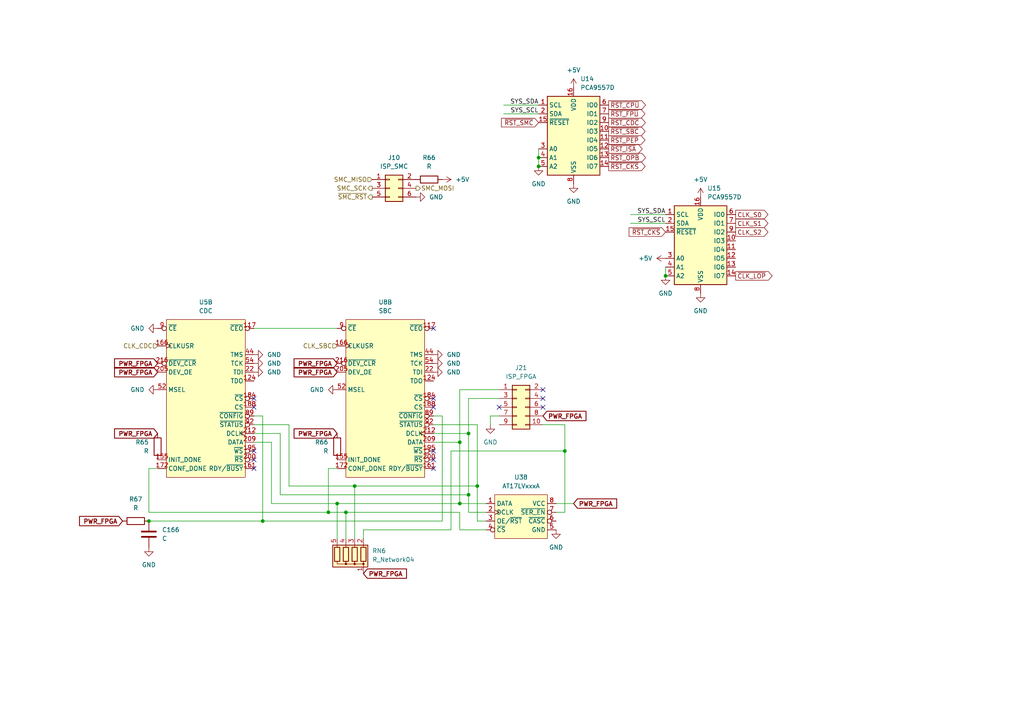
<source format=kicad_sch>
(kicad_sch (version 20230121) (generator eeschema)
  (paper "A4")
  (lib_symbols
    (symbol "Connector_Generic:Conn_02x03_Odd_Even" (pin_names (offset 1.016) hide)
      (property "Reference" "J" (at 1.27 5.08 0))
      (property "Value" "Conn_02x03_Odd_Even" (at 1.27 -5.08 0))
      (symbol "Conn_02x03_Odd_Even_1_1"
        (rectangle (start -1.27 -2.413) (end 0 -2.667) (stroke (width 0.1524)))
        (rectangle (start -1.27 0.127) (end 0 -0.127) (stroke (width 0.1524)))
        (rectangle (start -1.27 2.667) (end 0 2.413) (stroke (width 0.1524)))
        (rectangle (start -1.27 3.81) (end 3.81 -3.81) (stroke (width 0.254)) (fill (type background)))
        (rectangle (start 3.81 -2.413) (end 2.54 -2.667) (stroke (width 0.1524)))
        (rectangle (start 3.81 0.127) (end 2.54 -0.127) (stroke (width 0.1524)))
        (rectangle (start 3.81 2.667) (end 2.54 2.413) (stroke (width 0.1524)))
        (pin passive line (at -5.08 2.54 0) (length 3.81) (name "Pin_1") (number "1"))
        (pin passive line (at 7.62 2.54 180) (length 3.81) (name "Pin_2") (number "2"))
        (pin passive line (at -5.08 0 0) (length 3.81) (name "Pin_3") (number "3"))
        (pin passive line (at 7.62 0 180) (length 3.81) (name "Pin_4") (number "4"))
        (pin passive line (at -5.08 -2.54 0) (length 3.81) (name "Pin_5") (number "5"))
        (pin passive line (at 7.62 -2.54 180) (length 3.81) (name "Pin_6") (number "6"))
      )
    )
    (symbol "Connector_Generic:Conn_02x05_Odd_Even" (pin_names (offset 1.016) hide)
      (property "Reference" "J" (at 1.27 7.62 0))
      (property "Value" "Conn_02x05_Odd_Even" (at 1.27 -7.62 0))
      (symbol "Conn_02x05_Odd_Even_1_1"
        (rectangle (start -1.27 -4.953) (end 0 -5.207) (stroke (width 0.1524)))
        (rectangle (start -1.27 -2.413) (end 0 -2.667) (stroke (width 0.1524)))
        (rectangle (start -1.27 0.127) (end 0 -0.127) (stroke (width 0.1524)))
        (rectangle (start -1.27 2.667) (end 0 2.413) (stroke (width 0.1524)))
        (rectangle (start -1.27 5.207) (end 0 4.953) (stroke (width 0.1524)))
        (rectangle (start -1.27 6.35) (end 3.81 -6.35) (stroke (width 0.254)) (fill (type background)))
        (rectangle (start 3.81 -4.953) (end 2.54 -5.207) (stroke (width 0.1524)))
        (rectangle (start 3.81 -2.413) (end 2.54 -2.667) (stroke (width 0.1524)))
        (rectangle (start 3.81 0.127) (end 2.54 -0.127) (stroke (width 0.1524)))
        (rectangle (start 3.81 2.667) (end 2.54 2.413) (stroke (width 0.1524)))
        (rectangle (start 3.81 5.207) (end 2.54 4.953) (stroke (width 0.1524)))
        (pin passive line (at -5.08 5.08 0) (length 3.81) (name "Pin_1") (number "1"))
        (pin passive line (at 7.62 -5.08 180) (length 3.81) (name "Pin_10") (number "10"))
        (pin passive line (at 7.62 5.08 180) (length 3.81) (name "Pin_2") (number "2"))
        (pin passive line (at -5.08 2.54 0) (length 3.81) (name "Pin_3") (number "3"))
        (pin passive line (at 7.62 2.54 180) (length 3.81) (name "Pin_4") (number "4"))
        (pin passive line (at -5.08 0 0) (length 3.81) (name "Pin_5") (number "5"))
        (pin passive line (at 7.62 0 180) (length 3.81) (name "Pin_6") (number "6"))
        (pin passive line (at -5.08 -2.54 0) (length 3.81) (name "Pin_7") (number "7"))
        (pin passive line (at 7.62 -2.54 180) (length 3.81) (name "Pin_8") (number "8"))
        (pin passive line (at -5.08 -5.08 0) (length 3.81) (name "Pin_9") (number "9"))
      )
    )
    (symbol "Device:C" (pin_numbers hide) (pin_names (offset 0.254))
      (property "Reference" "C" (at 0.635 2.54 0))
      (property "Value" "C" (at 0.635 -2.54 0))
      (symbol "C_0_1"
        (polyline (pts (xy -2.032 -0.762) (xy 2.032 -0.762)) (stroke (width 0.508)))
        (polyline (pts (xy -2.032 0.762) (xy 2.032 0.762)) (stroke (width 0.508)))
      )
      (symbol "C_1_1"
        (pin passive line (at 0 3.81 270) (length 2.794) (name "~") (number "1"))
        (pin passive line (at 0 -3.81 90) (length 2.794) (name "~") (number "2"))
      )
    )
    (symbol "Device:R" (pin_numbers hide) (pin_names (offset 0))
      (property "Reference" "R" (at 2.032 0 90))
      (property "Value" "R" (at 0 0 90))
      (symbol "R_0_1"
        (rectangle (start -1.016 -2.54) (end 1.016 2.54) (stroke (width 0.254)))
      )
      (symbol "R_1_1"
        (pin passive line (at 0 3.81 270) (length 1.27) (name "~") (number "1"))
        (pin passive line (at 0 -3.81 90) (length 1.27) (name "~") (number "2"))
      )
    )
    (symbol "Device:R_Network04" (pin_names (offset 0) hide)
      (property "Reference" "RN" (at -7.62 0 90))
      (property "Value" "R_Network04" (at 5.08 0 90))
      (symbol "R_Network04_0_1"
        (rectangle (start -6.35 -3.175) (end 3.81 3.175) (stroke (width 0.254)) (fill (type background)))
        (rectangle (start -5.842 1.524) (end -4.318 -2.54) (stroke (width 0.254)))
        (circle (center -5.08 2.286) (radius 0.254) (fill (type outline)))
        (rectangle (start -3.302 1.524) (end -1.778 -2.54) (stroke (width 0.254)))
        (circle (center -2.54 2.286) (radius 0.254) (fill (type outline)))
        (rectangle (start -0.762 1.524) (end 0.762 -2.54) (stroke (width 0.254)))
        (polyline (pts (xy -5.08 -2.54) (xy -5.08 -3.81)))
        (polyline (pts (xy -2.54 -2.54) (xy -2.54 -3.81)))
        (polyline (pts (xy 0 -2.54) (xy 0 -3.81)))
        (polyline (pts (xy 2.54 -2.54) (xy 2.54 -3.81)))
        (polyline (pts (xy -5.08 1.524) (xy -5.08 2.286) (xy -2.54 2.286) (xy -2.54 1.524)))
        (polyline (pts (xy -2.54 1.524) (xy -2.54 2.286) (xy 0 2.286) (xy 0 1.524)))
        (polyline (pts (xy 0 1.524) (xy 0 2.286) (xy 2.54 2.286) (xy 2.54 1.524)))
        (circle (center 0 2.286) (radius 0.254) (fill (type outline)))
        (rectangle (start 1.778 1.524) (end 3.302 -2.54) (stroke (width 0.254)))
      )
      (symbol "R_Network04_1_1"
        (pin passive line (at -5.08 5.08 270) (length 2.54) (name "common") (number "1"))
        (pin passive line (at -5.08 -5.08 90) (length 1.27) (name "R1") (number "2"))
        (pin passive line (at -2.54 -5.08 90) (length 1.27) (name "R2") (number "3"))
        (pin passive line (at 0 -5.08 90) (length 1.27) (name "R3") (number "4"))
        (pin passive line (at 2.54 -5.08 90) (length 1.27) (name "R4") (number "5"))
      )
    )
    (symbol "Interface_Expansion:PCA9557D"
      (property "Reference" "U" (at -7.62 11.43 0))
      (property "Value" "PCA9557D" (at 2.54 11.43 0))
      (symbol "PCA9557D_0_1"
        (rectangle (start -7.62 -12.7) (end 7.62 10.16) (stroke (width 0.254)) (fill (type background)))
      )
      (symbol "PCA9557D_1_1"
        (pin input line (at -10.16 7.62 0) (length 2.54) (name "SCL") (number "1"))
        (pin bidirectional line (at 10.16 0 180) (length 2.54) (name "IO3") (number "10"))
        (pin bidirectional line (at 10.16 -2.54 180) (length 2.54) (name "IO4") (number "11"))
        (pin bidirectional line (at 10.16 -5.08 180) (length 2.54) (name "IO5") (number "12"))
        (pin bidirectional line (at 10.16 -7.62 180) (length 2.54) (name "IO6") (number "13"))
        (pin bidirectional line (at 10.16 -10.16 180) (length 2.54) (name "IO7") (number "14"))
        (pin input line (at -10.16 2.54 0) (length 2.54) (name "~{RESET}") (number "15"))
        (pin power_in line (at 0 12.7 270) (length 2.54) (name "VDD") (number "16"))
        (pin bidirectional line (at -10.16 5.08 0) (length 2.54) (name "SDA") (number "2"))
        (pin input line (at -10.16 -5.08 0) (length 2.54) (name "A0") (number "3"))
        (pin input line (at -10.16 -7.62 0) (length 2.54) (name "A1") (number "4"))
        (pin input line (at -10.16 -10.16 0) (length 2.54) (name "A2") (number "5"))
        (pin bidirectional line (at 10.16 7.62 180) (length 2.54) (name "IO0") (number "6"))
        (pin bidirectional line (at 10.16 5.08 180) (length 2.54) (name "IO1") (number "7"))
        (pin power_in line (at 0 -15.24 90) (length 2.54) (name "VSS") (number "8"))
        (pin bidirectional line (at 10.16 2.54 180) (length 2.54) (name "IO2") (number "9"))
      )
    )
    (symbol "m68k-hbc-ic:AT17LVxxxA"
      (property "Reference" "U" (at 0 10.16 0))
      (property "Value" "AT17LVxxxA" (at 0 7.62 0))
      (symbol "AT17LVxxxA_1_1"
        (rectangle (start -7.62 6.35) (end 7.62 -6.35) (fill (type background)))
        (pin bidirectional line (at -10.16 3.81 0) (length 2.54) (name "DATA") (number "1"))
        (pin bidirectional clock (at -10.16 1.27 0) (length 2.54) (name "DCLK") (number "2"))
        (pin bidirectional line (at -10.16 -1.27 0) (length 2.54) (name "OE/~{RST}") (number "3"))
        (pin input inverted (at -10.16 -3.81 0) (length 2.54) (name "~{CS}") (number "4"))
        (pin power_in line (at 10.16 -3.81 180) (length 2.54) (name "GND") (number "5"))
        (pin output inverted (at 10.16 -1.27 180) (length 2.54) (name "~{CASC}") (number "6"))
        (pin input inverted (at 10.16 1.27 180) (length 2.54) (name "~{SER_EN}") (number "7"))
        (pin power_in line (at 10.16 3.81 180) (length 2.54) (name "VCC") (number "8"))
      )
    )
    (symbol "m68k-hbc-ic:EPF6016QC240"
      (property "Reference" "U" (at 0 45.72 0))
      (property "Value" "EPF6016QC240" (at 0 43.18 0))
      (symbol "EPF6016QC240_1_0"
        (pin power_in line (at 13.97 5.08 180) (length 2.54) (name "GND") (number "109"))
        (pin power_in line (at -13.97 -6.35 0) (length 2.54) (name "VCCIO") (number "110"))
        (pin power_in line (at -13.97 6.35 0) (length 2.54) (name "VCCIO") (number "12"))
        (pin power_in line (at 13.97 2.54 180) (length 2.54) (name "GND") (number "120"))
        (pin power_in line (at 13.97 0 180) (length 2.54) (name "GND") (number "129"))
        (pin power_in line (at -13.97 -8.89 0) (length 2.54) (name "VCCIO") (number "131"))
        (pin power_in line (at 13.97 -2.54 180) (length 2.54) (name "GND") (number "149"))
        (pin power_in line (at -13.97 -11.43 0) (length 2.54) (name "VCCIO") (number "151"))
        (pin power_in line (at 13.97 -5.08 180) (length 2.54) (name "GND") (number "169"))
        (pin power_in line (at -13.97 -13.97 0) (length 2.54) (name "VCCIO") (number "171"))
        (pin power_in line (at 13.97 -10.16 180) (length 2.54) (name "GND") (number "191"))
        (pin power_in line (at -13.97 -16.51 0) (length 2.54) (name "VCCIO") (number "192"))
        (pin power_in line (at 13.97 -15.24 180) (length 2.54) (name "GND") (number "229"))
        (pin power_in line (at -13.97 -21.59 0) (length 2.54) (name "VCCIO") (number "230"))
        (pin power_in line (at 13.97 17.78 180) (length 2.54) (name "GND") (number "29"))
        (pin power_in line (at -13.97 21.59 0) (length 2.54) (name "VCCINT") (number "30"))
        (pin power_in line (at -13.97 3.81 0) (length 2.54) (name "VCCIO") (number "31"))
        (pin power_in line (at 13.97 15.24 180) (length 2.54) (name "GND") (number "49"))
        (pin power_in line (at -13.97 19.05 0) (length 2.54) (name "VCCINT") (number "50"))
        (pin power_in line (at -13.97 1.27 0) (length 2.54) (name "VCCIO") (number "51"))
        (pin power_in line (at 13.97 12.7 180) (length 2.54) (name "GND") (number "61"))
        (pin power_in line (at 13.97 10.16 180) (length 2.54) (name "GND") (number "71"))
        (pin power_in line (at -13.97 -1.27 0) (length 2.54) (name "VCCIO") (number "72"))
      )
      (symbol "EPF6016QC240_1_1"
        (rectangle (start -11.43 26.67) (end 11.43 -24.13) (fill (type background)))
        (pin power_in line (at 13.97 20.32 180) (length 2.54) (name "GND") (number "10"))
        (pin power_in line (at -13.97 24.13 0) (length 2.54) (name "VCCINT") (number "11"))
        (pin power_in line (at -13.97 16.51 0) (length 2.54) (name "VCCINT") (number "130"))
        (pin power_in line (at -13.97 13.97 0) (length 2.54) (name "VCCINT") (number "150"))
        (pin power_in line (at -13.97 11.43 0) (length 2.54) (name "VCCINT") (number "170"))
        (pin power_in line (at 13.97 -7.62 180) (length 2.54) (name "GND") (number "181"))
        (pin power_in line (at 13.97 -12.7 180) (length 2.54) (name "GND") (number "210"))
        (pin power_in line (at -13.97 -19.05 0) (length 2.54) (name "VCCIO") (number "211"))
        (pin power_in line (at 13.97 -17.78 180) (length 2.54) (name "GND") (number "240"))
        (pin power_in line (at 13.97 7.62 180) (length 2.54) (name "GND") (number "90"))
        (pin power_in line (at -13.97 -3.81 0) (length 2.54) (name "VCCIO") (number "91"))
      )
      (symbol "EPF6016QC240_2_0"
        (pin output inverted (at 13.97 20.32 180) (length 2.54) (name "~{CEO}") (number "117"))
        (pin bidirectional line (at 13.97 -20.32 180) (length 2.54) (name "RDY/~{BUSY}") (number "161"))
        (pin input clock (at -13.97 15.24 0) (length 2.54) (name "CLKUSR") (number "166"))
        (pin bidirectional line (at -13.97 -20.32 0) (length 2.54) (name "CONF_DONE") (number "172"))
        (pin bidirectional inverted (at 13.97 0 180) (length 2.54) (name "~{CS}") (number "184"))
        (pin bidirectional inverted (at 13.97 -15.24 180) (length 2.54) (name "~{WS}") (number "195"))
        (pin bidirectional inverted (at 13.97 -17.78 180) (length 2.54) (name "~{RS}") (number "200"))
        (pin input line (at 13.97 12.7 180) (length 2.54) (name "TMS") (number "44"))
        (pin input line (at 13.97 10.16 180) (length 2.54) (name "TCK") (number "54"))
        (pin input inverted (at -13.97 20.32 0) (length 2.54) (name "~{CE}") (number "9"))
      )
      (symbol "EPF6016QC240_2_1"
        (rectangle (start -11.43 22.86) (end 11.43 -22.86) (fill (type background)))
        (pin output line (at 13.97 5.08 180) (length 2.54) (name "TDO") (number "124"))
        (pin bidirectional line (at -13.97 -17.78 0) (length 2.54) (name "INIT_DONE") (number "155"))
        (pin bidirectional line (at 13.97 -2.54 180) (length 2.54) (name "CS") (number "188"))
        (pin bidirectional line (at -13.97 7.62 0) (length 2.54) (name "DEV_OE") (number "205"))
        (pin input line (at 13.97 -12.7 180) (length 2.54) (name "DATA") (number "209"))
        (pin bidirectional clock (at 13.97 -10.16 180) (length 2.54) (name "DCLK") (number "212"))
        (pin bidirectional inverted (at -13.97 10.16 0) (length 2.54) (name "~{DEV_CLR}") (number "216"))
        (pin input line (at 13.97 7.62 180) (length 2.54) (name "TDI") (number "22"))
        (pin input line (at -13.97 2.54 0) (length 2.54) (name "MSEL") (number "52"))
        (pin bidirectional inverted (at 13.97 -5.08 180) (length 2.54) (name "~{CONFIG}") (number "89"))
        (pin bidirectional inverted (at 13.97 -7.62 180) (length 2.54) (name "~{STATUS}") (number "92"))
      )
      (symbol "EPF6016QC240_3_0"
        (pin bidirectional line (at -13.97 39.37 0) (length 2.54) (name "IO") (number "1"))
        (pin bidirectional line (at -13.97 19.05 0) (length 2.54) (name "IO") (number "13"))
        (pin bidirectional line (at -13.97 16.51 0) (length 2.54) (name "IO") (number "14"))
        (pin bidirectional line (at -13.97 13.97 0) (length 2.54) (name "IO") (number "15"))
        (pin bidirectional line (at -13.97 8.89 0) (length 2.54) (name "IO") (number "17"))
        (pin bidirectional line (at -13.97 6.35 0) (length 2.54) (name "IO") (number "18"))
        (pin bidirectional line (at -13.97 3.81 0) (length 2.54) (name "IO") (number "19"))
        (pin bidirectional line (at -13.97 -1.27 0) (length 2.54) (name "IO") (number "21"))
        (pin bidirectional line (at -13.97 -6.35 0) (length 2.54) (name "IO") (number "24"))
        (pin bidirectional line (at -13.97 -8.89 0) (length 2.54) (name "IO") (number "25"))
        (pin bidirectional line (at -13.97 -16.51 0) (length 2.54) (name "IO") (number "33"))
        (pin bidirectional line (at -13.97 -19.05 0) (length 2.54) (name "IO") (number "34"))
        (pin bidirectional line (at -13.97 -21.59 0) (length 2.54) (name "IO") (number "35"))
        (pin bidirectional line (at -13.97 -24.13 0) (length 2.54) (name "IO") (number "36"))
        (pin bidirectional line (at -13.97 -29.21 0) (length 2.54) (name "IO") (number "38"))
        (pin bidirectional line (at -13.97 -31.75 0) (length 2.54) (name "IO") (number "39"))
        (pin bidirectional line (at -13.97 -34.29 0) (length 2.54) (name "IO") (number "40"))
        (pin bidirectional line (at -13.97 -36.83 0) (length 2.54) (name "IO") (number "41"))
        (pin bidirectional line (at 13.97 39.37 180) (length 2.54) (name "IO") (number "43"))
        (pin bidirectional line (at 13.97 36.83 180) (length 2.54) (name "IO") (number "45"))
        (pin bidirectional line (at 13.97 34.29 180) (length 2.54) (name "IO") (number "46"))
        (pin bidirectional line (at 13.97 29.21 180) (length 2.54) (name "IO") (number "48"))
        (pin bidirectional line (at 13.97 26.67 180) (length 2.54) (name "IO") (number "53"))
        (pin bidirectional line (at 13.97 24.13 180) (length 2.54) (name "IO") (number "55"))
        (pin bidirectional line (at 13.97 21.59 180) (length 2.54) (name "IO") (number "56"))
        (pin bidirectional line (at -13.97 26.67 0) (length 2.54) (name "IO") (number "6"))
        (pin bidirectional line (at 13.97 8.89 180) (length 2.54) (name "IO") (number "62"))
        (pin bidirectional line (at 13.97 6.35 180) (length 2.54) (name "IO") (number "63"))
        (pin bidirectional line (at 13.97 3.81 180) (length 2.54) (name "IO") (number "64"))
        (pin bidirectional line (at 13.97 1.27 180) (length 2.54) (name "IO") (number "65"))
        (pin bidirectional line (at 13.97 -1.27 180) (length 2.54) (name "IO") (number "66"))
        (pin bidirectional line (at 13.97 -3.81 180) (length 2.54) (name "IO") (number "67"))
        (pin bidirectional line (at 13.97 -6.35 180) (length 2.54) (name "IO") (number "68"))
        (pin bidirectional line (at -13.97 24.13 0) (length 2.54) (name "IO") (number "7"))
        (pin bidirectional line (at 13.97 -11.43 180) (length 2.54) (name "IO") (number "70"))
        (pin bidirectional line (at 13.97 -16.51 180) (length 2.54) (name "IO") (number "74"))
        (pin bidirectional line (at 13.97 -19.05 180) (length 2.54) (name "IO") (number "75"))
        (pin bidirectional line (at 13.97 -26.67 180) (length 2.54) (name "IO") (number "78"))
        (pin bidirectional line (at 13.97 -29.21 180) (length 2.54) (name "IO") (number "79"))
        (pin bidirectional line (at -13.97 21.59 0) (length 2.54) (name "IO") (number "8"))
        (pin bidirectional line (at 13.97 -31.75 180) (length 2.54) (name "IO") (number "80"))
        (pin bidirectional line (at 13.97 -34.29 180) (length 2.54) (name "IO") (number "81"))
        (pin bidirectional line (at 13.97 -36.83 180) (length 2.54) (name "IO") (number "82"))
        (pin bidirectional line (at 13.97 -39.37 180) (length 2.54) (name "IO") (number "83"))
      )
      (symbol "EPF6016QC240_3_1"
        (rectangle (start -11.43 41.91) (end 11.43 -41.91) (fill (type background)))
        (pin bidirectional line (at -13.97 11.43 0) (length 2.54) (name "IO") (number "16"))
        (pin bidirectional line (at -13.97 36.83 0) (length 2.54) (name "IO") (number "2"))
        (pin bidirectional line (at -13.97 1.27 0) (length 2.54) (name "IO") (number "20"))
        (pin bidirectional line (at -13.97 -3.81 0) (length 2.54) (name "IO") (number "23"))
        (pin bidirectional line (at -13.97 -11.43 0) (length 2.54) (name "IO") (number "26"))
        (pin bidirectional line (at -13.97 -13.97 0) (length 2.54) (name "IO") (number "27"))
        (pin bidirectional line (at -13.97 34.29 0) (length 2.54) (name "IO") (number "3"))
        (pin bidirectional line (at -13.97 -26.67 0) (length 2.54) (name "IO") (number "37"))
        (pin bidirectional line (at -13.97 31.75 0) (length 2.54) (name "IO") (number "4"))
        (pin bidirectional line (at -13.97 -39.37 0) (length 2.54) (name "IO") (number "42"))
        (pin bidirectional line (at 13.97 31.75 180) (length 2.54) (name "IO") (number "47"))
        (pin bidirectional line (at -13.97 29.21 0) (length 2.54) (name "IO") (number "5"))
        (pin bidirectional line (at 13.97 19.05 180) (length 2.54) (name "IO") (number "57"))
        (pin bidirectional line (at 13.97 16.51 180) (length 2.54) (name "IO") (number "58"))
        (pin bidirectional line (at 13.97 13.97 180) (length 2.54) (name "IO") (number "59"))
        (pin bidirectional line (at 13.97 11.43 180) (length 2.54) (name "IO") (number "60"))
        (pin bidirectional line (at 13.97 -8.89 180) (length 2.54) (name "IO") (number "69"))
        (pin bidirectional line (at 13.97 -13.97 180) (length 2.54) (name "IO") (number "73"))
        (pin bidirectional line (at 13.97 -21.59 180) (length 2.54) (name "IO") (number "76"))
        (pin bidirectional line (at 13.97 -24.13 180) (length 2.54) (name "IO") (number "77"))
      )
      (symbol "EPF6016QC240_4_0"
        (pin bidirectional line (at -13.97 8.89 0) (length 2.54) (name "IO") (number "100"))
        (pin bidirectional line (at -13.97 6.35 0) (length 2.54) (name "IO") (number "101"))
        (pin bidirectional line (at -13.97 3.81 0) (length 2.54) (name "IO") (number "102"))
        (pin bidirectional line (at -13.97 1.27 0) (length 2.54) (name "IO") (number "103"))
        (pin bidirectional line (at -13.97 -3.81 0) (length 2.54) (name "IO") (number "105"))
        (pin bidirectional line (at -13.97 -6.35 0) (length 2.54) (name "IO") (number "106"))
        (pin bidirectional line (at -13.97 -8.89 0) (length 2.54) (name "IO") (number "107"))
        (pin bidirectional line (at -13.97 -11.43 0) (length 2.54) (name "IO") (number "108"))
        (pin bidirectional line (at -13.97 -13.97 0) (length 2.54) (name "IO") (number "111"))
        (pin bidirectional line (at -13.97 -19.05 0) (length 2.54) (name "IO") (number "113"))
        (pin bidirectional line (at -13.97 -21.59 0) (length 2.54) (name "IO") (number "114"))
        (pin bidirectional line (at -13.97 -24.13 0) (length 2.54) (name "IO") (number "115"))
        (pin bidirectional line (at -13.97 -26.67 0) (length 2.54) (name "IO") (number "116"))
        (pin bidirectional line (at -13.97 -29.21 0) (length 2.54) (name "IO") (number "118"))
        (pin bidirectional line (at -13.97 -31.75 0) (length 2.54) (name "IO") (number "119"))
        (pin bidirectional line (at 13.97 36.83 180) (length 2.54) (name "IO") (number "126"))
        (pin bidirectional line (at 13.97 34.29 180) (length 2.54) (name "IO") (number "127"))
        (pin bidirectional line (at 13.97 31.75 180) (length 2.54) (name "IO") (number "128"))
        (pin bidirectional line (at 13.97 29.21 180) (length 2.54) (name "IO") (number "132"))
        (pin bidirectional line (at 13.97 26.67 180) (length 2.54) (name "IO") (number "133"))
        (pin bidirectional line (at 13.97 24.13 180) (length 2.54) (name "IO") (number "134"))
        (pin bidirectional line (at 13.97 19.05 180) (length 2.54) (name "IO") (number "136"))
        (pin bidirectional line (at 13.97 16.51 180) (length 2.54) (name "IO") (number "137"))
        (pin bidirectional line (at 13.97 13.97 180) (length 2.54) (name "IO") (number "138"))
        (pin bidirectional line (at 13.97 11.43 180) (length 2.54) (name "IO") (number "139"))
        (pin bidirectional line (at 13.97 6.35 180) (length 2.54) (name "IO") (number "141"))
        (pin bidirectional line (at 13.97 3.81 180) (length 2.54) (name "IO") (number "142"))
        (pin bidirectional line (at 13.97 1.27 180) (length 2.54) (name "IO") (number "143"))
        (pin bidirectional line (at 13.97 -1.27 180) (length 2.54) (name "IO") (number "144"))
        (pin bidirectional line (at 13.97 -6.35 180) (length 2.54) (name "IO") (number "146"))
        (pin bidirectional line (at 13.97 -8.89 180) (length 2.54) (name "IO") (number "147"))
        (pin bidirectional line (at 13.97 -11.43 180) (length 2.54) (name "IO") (number "153"))
        (pin bidirectional line (at 13.97 -13.97 180) (length 2.54) (name "IO") (number "154"))
        (pin bidirectional line (at 13.97 -16.51 180) (length 2.54) (name "IO") (number "156"))
        (pin bidirectional line (at 13.97 -19.05 180) (length 2.54) (name "IO") (number "157"))
        (pin bidirectional line (at 13.97 -21.59 180) (length 2.54) (name "IO") (number "158"))
        (pin bidirectional line (at 13.97 -29.21 180) (length 2.54) (name "IO") (number "162"))
        (pin bidirectional line (at 13.97 -31.75 180) (length 2.54) (name "IO") (number "163"))
        (pin bidirectional line (at 13.97 -34.29 180) (length 2.54) (name "IO") (number "164"))
        (pin bidirectional line (at 13.97 -39.37 180) (length 2.54) (name "IO") (number "167"))
        (pin bidirectional line (at -13.97 39.37 0) (length 2.54) (name "IO") (number "84"))
        (pin bidirectional line (at -13.97 34.29 0) (length 2.54) (name "IO") (number "86"))
        (pin bidirectional line (at -13.97 31.75 0) (length 2.54) (name "IO") (number "87"))
        (pin bidirectional line (at -13.97 29.21 0) (length 2.54) (name "IO") (number "88"))
        (pin bidirectional line (at -13.97 24.13 0) (length 2.54) (name "IO") (number "94"))
        (pin bidirectional line (at -13.97 21.59 0) (length 2.54) (name "IO") (number "95"))
        (pin bidirectional line (at -13.97 16.51 0) (length 2.54) (name "IO") (number "97"))
        (pin bidirectional line (at -13.97 13.97 0) (length 2.54) (name "IO") (number "98"))
        (pin bidirectional line (at -13.97 11.43 0) (length 2.54) (name "IO") (number "99"))
      )
      (symbol "EPF6016QC240_4_1"
        (rectangle (start -11.43 41.91) (end 11.43 -41.91) (fill (type background)))
        (pin bidirectional line (at -13.97 -1.27 0) (length 2.54) (name "IO") (number "104"))
        (pin bidirectional line (at -13.97 -16.51 0) (length 2.54) (name "IO") (number "112"))
        (pin bidirectional line (at -13.97 -34.29 0) (length 2.54) (name "IO") (number "121"))
        (pin bidirectional line (at -13.97 -36.83 0) (length 2.54) (name "IO") (number "122"))
        (pin bidirectional line (at -13.97 -39.37 0) (length 2.54) (name "IO") (number "123"))
        (pin bidirectional line (at 13.97 39.37 180) (length 2.54) (name "IO") (number "125"))
        (pin bidirectional line (at 13.97 21.59 180) (length 2.54) (name "IO") (number "135"))
        (pin bidirectional line (at 13.97 8.89 180) (length 2.54) (name "IO") (number "140"))
        (pin bidirectional line (at 13.97 -3.81 180) (length 2.54) (name "IO") (number "145"))
        (pin bidirectional line (at 13.97 -24.13 180) (length 2.54) (name "IO") (number "159"))
        (pin bidirectional line (at 13.97 -26.67 180) (length 2.54) (name "IO") (number "160"))
        (pin bidirectional line (at 13.97 -36.83 180) (length 2.54) (name "IO") (number "165"))
        (pin bidirectional line (at -13.97 36.83 0) (length 2.54) (name "IO") (number "85"))
        (pin bidirectional line (at -13.97 26.67 0) (length 2.54) (name "IO") (number "93"))
        (pin bidirectional line (at -13.97 19.05 0) (length 2.54) (name "IO") (number "96"))
      )
      (symbol "EPF6016QC240_5_0"
        (pin input line (at 13.97 -36.83 180) (length 2.54) (name "I") (number "148"))
        (pin input line (at 13.97 -39.37 180) (length 2.54) (name "I") (number "152"))
        (pin bidirectional line (at -13.97 39.37 0) (length 2.54) (name "IO") (number "168"))
        (pin bidirectional line (at -13.97 36.83 0) (length 2.54) (name "IO") (number "173"))
        (pin bidirectional line (at -13.97 34.29 0) (length 2.54) (name "IO") (number "174"))
        (pin bidirectional line (at -13.97 31.75 0) (length 2.54) (name "IO") (number "175"))
        (pin bidirectional line (at -13.97 6.35 0) (length 2.54) (name "IO") (number "187"))
        (pin bidirectional line (at -13.97 -1.27 0) (length 2.54) (name "IO") (number "193"))
        (pin bidirectional line (at -13.97 -3.81 0) (length 2.54) (name "IO") (number "194"))
        (pin bidirectional line (at -13.97 -6.35 0) (length 2.54) (name "IO") (number "196"))
        (pin bidirectional line (at -13.97 -11.43 0) (length 2.54) (name "IO") (number "198"))
        (pin bidirectional line (at -13.97 -13.97 0) (length 2.54) (name "IO") (number "199"))
        (pin bidirectional line (at -13.97 -16.51 0) (length 2.54) (name "IO") (number "201"))
        (pin bidirectional line (at -13.97 -19.05 0) (length 2.54) (name "IO") (number "202"))
        (pin bidirectional line (at -13.97 -21.59 0) (length 2.54) (name "IO") (number "203"))
        (pin bidirectional line (at -13.97 -24.13 0) (length 2.54) (name "IO") (number "204"))
        (pin bidirectional line (at -13.97 -26.67 0) (length 2.54) (name "IO") (number "206"))
        (pin bidirectional line (at -13.97 -29.21 0) (length 2.54) (name "IO") (number "207"))
        (pin bidirectional line (at -13.97 -31.75 0) (length 2.54) (name "IO") (number "208"))
        (pin bidirectional line (at -13.97 -36.83 0) (length 2.54) (name "IO") (number "214"))
        (pin bidirectional line (at -13.97 -39.37 0) (length 2.54) (name "IO") (number "215"))
        (pin bidirectional line (at 13.97 39.37 180) (length 2.54) (name "IO") (number "217"))
        (pin bidirectional line (at 13.97 36.83 180) (length 2.54) (name "IO") (number "218"))
        (pin bidirectional line (at 13.97 34.29 180) (length 2.54) (name "IO") (number "219"))
        (pin bidirectional line (at 13.97 31.75 180) (length 2.54) (name "IO") (number "220"))
        (pin bidirectional line (at 13.97 29.21 180) (length 2.54) (name "IO") (number "221"))
        (pin bidirectional line (at 13.97 26.67 180) (length 2.54) (name "IO") (number "222"))
        (pin bidirectional line (at 13.97 24.13 180) (length 2.54) (name "IO") (number "223"))
        (pin bidirectional line (at 13.97 19.05 180) (length 2.54) (name "IO") (number "225"))
        (pin bidirectional line (at 13.97 16.51 180) (length 2.54) (name "IO") (number "226"))
        (pin bidirectional line (at 13.97 13.97 180) (length 2.54) (name "IO") (number "227"))
        (pin bidirectional line (at 13.97 11.43 180) (length 2.54) (name "IO") (number "228"))
        (pin bidirectional line (at 13.97 8.89 180) (length 2.54) (name "IO") (number "231"))
        (pin bidirectional line (at 13.97 3.81 180) (length 2.54) (name "IO") (number "233"))
        (pin bidirectional line (at 13.97 1.27 180) (length 2.54) (name "IO") (number "234"))
        (pin bidirectional line (at 13.97 -1.27 180) (length 2.54) (name "IO") (number "235"))
        (pin bidirectional line (at 13.97 -6.35 180) (length 2.54) (name "IO") (number "237"))
        (pin input line (at 13.97 -31.75 180) (length 2.54) (name "I") (number "28"))
      )
      (symbol "EPF6016QC240_5_1"
        (rectangle (start -11.43 41.91) (end 11.43 -41.91) (fill (type background)))
        (pin bidirectional line (at -13.97 29.21 0) (length 2.54) (name "IO") (number "176"))
        (pin bidirectional line (at -13.97 26.67 0) (length 2.54) (name "IO") (number "177"))
        (pin bidirectional line (at -13.97 24.13 0) (length 2.54) (name "IO") (number "178"))
        (pin bidirectional line (at -13.97 21.59 0) (length 2.54) (name "IO") (number "179"))
        (pin bidirectional line (at -13.97 19.05 0) (length 2.54) (name "IO") (number "180"))
        (pin bidirectional line (at -13.97 16.51 0) (length 2.54) (name "IO") (number "182"))
        (pin bidirectional line (at -13.97 13.97 0) (length 2.54) (name "IO") (number "183"))
        (pin bidirectional line (at -13.97 11.43 0) (length 2.54) (name "IO") (number "185"))
        (pin bidirectional line (at -13.97 8.89 0) (length 2.54) (name "IO") (number "186"))
        (pin bidirectional line (at -13.97 3.81 0) (length 2.54) (name "IO") (number "189"))
        (pin bidirectional line (at -13.97 1.27 0) (length 2.54) (name "IO") (number "190"))
        (pin bidirectional line (at -13.97 -8.89 0) (length 2.54) (name "IO") (number "197"))
        (pin bidirectional line (at -13.97 -34.29 0) (length 2.54) (name "IO") (number "213"))
        (pin bidirectional line (at 13.97 21.59 180) (length 2.54) (name "IO") (number "224"))
        (pin bidirectional line (at 13.97 6.35 180) (length 2.54) (name "IO") (number "232"))
        (pin bidirectional line (at 13.97 -3.81 180) (length 2.54) (name "IO") (number "236"))
        (pin bidirectional line (at 13.97 -8.89 180) (length 2.54) (name "IO") (number "238"))
        (pin bidirectional line (at 13.97 -11.43 180) (length 2.54) (name "IO") (number "239"))
        (pin input line (at 13.97 -34.29 180) (length 2.54) (name "I") (number "32"))
      )
    )
    (symbol "power:+5V" (power) (pin_names (offset 0))
      (property "Value" "+5V" (at 0 3.556 0))
      (symbol "+5V_0_1"
        (polyline (pts (xy -0.762 1.27) (xy 0 2.54)))
        (polyline (pts (xy 0 0) (xy 0 2.54)))
        (polyline (pts (xy 0 2.54) (xy 0.762 1.27)))
      )
      (symbol "+5V_1_1"
        (pin power_in line (at 0 0 90) (length 0) hide (name "+5V") (number "1"))
      )
    )
    (symbol "power:GND" (power) (pin_names (offset 0))
      (property "Value" "GND" (at 0 -3.81 0))
      (symbol "GND_0_1"
        (polyline (pts (xy 0 0) (xy 0 -1.27) (xy 1.27 -1.27) (xy 0 -2.54) (xy -1.27 -1.27) (xy 0 -1.27)))
      )
      (symbol "GND_1_1"
        (pin power_in line (at 0 0 270) (length 0) hide (name "GND") (number "1"))
      )
    )
  )
  (junction (at 76.2 151.13))
  (junction (at 43.18 151.13))
  (junction (at 133.35 146.05))
  (junction (at 138.43 140.97))
  (junction (at 163.83 130.81))
  (junction (at 102.87 140.97))
  (junction (at 156.21 48.26))
  (junction (at 135.89 125.73))
  (junction (at 156.21 45.72))
  (junction (at 135.89 143.51))
  (junction (at 133.35 128.27))
  (junction (at 95.25 148.59))
  (junction (at 193.04 80.01))
  (junction (at 100.33 148.59))
  (junction (at 97.79 146.05))
  (no_connect (at 157.48 118.11))
  (no_connect (at 73.66 130.81))
  (no_connect (at 73.66 118.11))
  (no_connect (at 125.73 133.35))
  (no_connect (at 73.66 135.89))
  (no_connect (at 125.73 118.11))
  (no_connect (at 157.48 113.03))
  (no_connect (at 157.48 115.57))
  (no_connect (at 73.66 133.35))
  (no_connect (at 125.73 135.89))
  (no_connect (at 73.66 115.57))
  (no_connect (at 125.73 95.25))
  (no_connect (at 125.73 115.57))
  (no_connect (at 144.78 118.11))
  (no_connect (at 125.73 130.81))
  (wire (pts (xy 128.27 151.13) (xy 128.27 120.65)))
  (wire (pts (xy 133.35 113.03) (xy 133.35 128.27)))
  (wire (pts (xy 100.33 148.59) (xy 100.33 156.21)))
  (wire (pts (xy 138.43 151.13) (xy 140.97 151.13)))
  (wire (pts (xy 133.35 113.03) (xy 144.78 113.03)))
  (wire (pts (xy 156.21 43.18) (xy 156.21 45.72)))
  (wire (pts (xy 156.21 45.72) (xy 156.21 48.26)))
  (wire (pts (xy 43.18 135.89) (xy 43.18 148.59)))
  (wire (pts (xy 193.04 77.47) (xy 193.04 80.01)))
  (wire (pts (xy 102.87 140.97) (xy 102.87 156.21)))
  (wire (pts (xy 97.79 146.05) (xy 97.79 156.21)))
  (wire (pts (xy 138.43 123.19) (xy 138.43 140.97)))
  (wire (pts (xy 135.89 115.57) (xy 144.78 115.57)))
  (wire (pts (xy 73.66 125.73) (xy 81.28 125.73)))
  (wire (pts (xy 133.35 146.05) (xy 140.97 146.05)))
  (wire (pts (xy 193.04 62.23) (xy 182.88 62.23)))
  (wire (pts (xy 133.35 128.27) (xy 125.73 128.27)))
  (wire (pts (xy 135.89 115.57) (xy 135.89 125.73)))
  (wire (pts (xy 133.35 148.59) (xy 133.35 153.67)))
  (wire (pts (xy 83.82 123.19) (xy 83.82 140.97)))
  (wire (pts (xy 133.35 128.27) (xy 133.35 146.05)))
  (wire (pts (xy 142.24 120.65) (xy 144.78 120.65)))
  (wire (pts (xy 76.2 120.65) (xy 73.66 120.65)))
  (wire (pts (xy 130.81 153.67) (xy 105.41 153.67)))
  (wire (pts (xy 128.27 120.65) (xy 125.73 120.65)))
  (wire (pts (xy 43.18 148.59) (xy 95.25 148.59)))
  (wire (pts (xy 193.04 64.77) (xy 182.88 64.77)))
  (wire (pts (xy 105.41 153.67) (xy 105.41 156.21)))
  (wire (pts (xy 142.24 123.19) (xy 142.24 120.65)))
  (wire (pts (xy 78.74 146.05) (xy 97.79 146.05)))
  (wire (pts (xy 161.29 146.05) (xy 166.37 146.05)))
  (wire (pts (xy 135.89 125.73) (xy 125.73 125.73)))
  (wire (pts (xy 97.79 146.05) (xy 133.35 146.05)))
  (wire (pts (xy 138.43 140.97) (xy 138.43 151.13)))
  (wire (pts (xy 95.25 148.59) (xy 95.25 135.89)))
  (wire (pts (xy 130.81 130.81) (xy 130.81 153.67)))
  (wire (pts (xy 76.2 151.13) (xy 76.2 120.65)))
  (wire (pts (xy 102.87 140.97) (xy 138.43 140.97)))
  (wire (pts (xy 73.66 95.25) (xy 97.79 95.25)))
  (wire (pts (xy 135.89 125.73) (xy 135.89 143.51)))
  (wire (pts (xy 135.89 148.59) (xy 140.97 148.59)))
  (wire (pts (xy 95.25 148.59) (xy 100.33 148.59)))
  (wire (pts (xy 156.21 33.02) (xy 146.05 33.02)))
  (wire (pts (xy 163.83 130.81) (xy 163.83 148.59)))
  (wire (pts (xy 157.48 123.19) (xy 163.83 123.19)))
  (wire (pts (xy 76.2 151.13) (xy 128.27 151.13)))
  (wire (pts (xy 83.82 140.97) (xy 102.87 140.97)))
  (wire (pts (xy 81.28 125.73) (xy 81.28 143.51)))
  (wire (pts (xy 100.33 148.59) (xy 133.35 148.59)))
  (wire (pts (xy 135.89 143.51) (xy 135.89 148.59)))
  (wire (pts (xy 43.18 151.13) (xy 76.2 151.13)))
  (wire (pts (xy 81.28 143.51) (xy 135.89 143.51)))
  (wire (pts (xy 161.29 148.59) (xy 163.83 148.59)))
  (wire (pts (xy 133.35 153.67) (xy 140.97 153.67)))
  (wire (pts (xy 163.83 130.81) (xy 130.81 130.81)))
  (wire (pts (xy 163.83 123.19) (xy 163.83 130.81)))
  (wire (pts (xy 138.43 123.19) (xy 125.73 123.19)))
  (wire (pts (xy 43.18 135.89) (xy 45.72 135.89)))
  (wire (pts (xy 95.25 135.89) (xy 97.79 135.89)))
  (wire (pts (xy 78.74 128.27) (xy 78.74 146.05)))
  (wire (pts (xy 156.21 30.48) (xy 146.05 30.48)))
  (wire (pts (xy 73.66 123.19) (xy 83.82 123.19)))
  (wire (pts (xy 73.66 128.27) (xy 78.74 128.27)))
  (label "SYS_SCL" (at 156.21 33.02 180))
  (label "SYS_SDA" (at 193.04 62.23 180))
  (label "SYS_SCL" (at 193.04 64.77 180))
  (label "SYS_SDA" (at 156.21 30.48 180))
  (global_label "PWR_FPGA" (shape input) (at 166.37 146.05 0) (effects (font (thickness 0.254) bold)) (property "Intersheetrefs" "${INTERSHEET_REFS}" (effects hide)))
  (global_label "PWR_FPGA" (shape input) (at 157.48 120.65 0) (effects (font (thickness 0.254) bold)) (property "Intersheetrefs" "${INTERSHEET_REFS}" (effects hide)))
  (global_label "PWR_FPGA" (shape input) (at 45.72 107.95 180) (effects (font (thickness 0.254) bold)) (property "Intersheetrefs" "${INTERSHEET_REFS}" (effects hide)))
  (global_label "PWR_FPGA" (shape input) (at 97.79 125.73 180) (effects (font (thickness 0.254) bold)) (property "Intersheetrefs" "${INTERSHEET_REFS}" (effects hide)))
  (global_label "~{RST_PEP}" (shape output) (at 176.53 40.64 0) (property "Intersheetrefs" "${INTERSHEET_REFS}" (effects hide)))
  (global_label "CLK_S2" (shape output) (at 213.36 67.31 0) (property "Intersheetrefs" "${INTERSHEET_REFS}" (effects hide)))
  (global_label "~{RST_CKS}" (shape output) (at 176.53 48.26 0) (property "Intersheetrefs" "${INTERSHEET_REFS}" (effects hide)))
  (global_label "~{RST_SMC}" (shape input) (at 156.21 35.56 180) (property "Intersheetrefs" "${INTERSHEET_REFS}" (effects hide)))
  (global_label "~{RST_OPB}" (shape output) (at 176.53 45.72 0) (property "Intersheetrefs" "${INTERSHEET_REFS}" (effects hide)))
  (global_label "PWR_FPGA" (shape input) (at 45.72 125.73 180) (effects (font (thickness 0.254) bold)) (property "Intersheetrefs" "${INTERSHEET_REFS}" (effects hide)))
  (global_label "PWR_FPGA" (shape input) (at 97.79 107.95 180) (effects (font (thickness 0.254) bold)) (property "Intersheetrefs" "${INTERSHEET_REFS}" (effects hide)))
  (global_label "CLK_S1" (shape output) (at 213.36 64.77 0) (property "Intersheetrefs" "${INTERSHEET_REFS}" (effects hide)))
  (global_label "PWR_FPGA" (shape input) (at 35.56 151.13 180) (effects (font (thickness 0.254) bold)) (property "Intersheetrefs" "${INTERSHEET_REFS}" (effects hide)))
  (global_label "~{RST_CDC}" (shape output) (at 176.53 35.56 0) (property "Intersheetrefs" "${INTERSHEET_REFS}" (effects hide)))
  (global_label "~{CLK_LOP}" (shape output) (at 213.36 80.01 0) (property "Intersheetrefs" "${INTERSHEET_REFS}" (effects hide)))
  (global_label "~{RST_SBC}" (shape output) (at 176.53 38.1 0) (property "Intersheetrefs" "${INTERSHEET_REFS}" (effects hide)))
  (global_label "~{RST_CPU}" (shape output) (at 176.53 30.48 0) (property "Intersheetrefs" "${INTERSHEET_REFS}" (effects hide)))
  (global_label "~{RST_ISA}" (shape output) (at 176.53 43.18 0) (property "Intersheetrefs" "${INTERSHEET_REFS}" (effects hide)))
  (global_label "PWR_FPGA" (shape input) (at 97.79 105.41 180) (effects (font (thickness 0.254) bold)) (property "Intersheetrefs" "${INTERSHEET_REFS}" (effects hide)))
  (global_label "PWR_FPGA" (shape input) (at 45.72 105.41 180) (effects (font (thickness 0.254) bold)) (property "Intersheetrefs" "${INTERSHEET_REFS}" (effects hide)))
  (global_label "~{RST_CKS}" (shape input) (at 193.04 67.31 180) (property "Intersheetrefs" "${INTERSHEET_REFS}" (effects hide)))
  (global_label "PWR_FPGA" (shape input) (at 105.41 166.37 0) (effects (font (thickness 0.254) bold)) (property "Intersheetrefs" "${INTERSHEET_REFS}" (effects hide)))
  (global_label "CLK_S0" (shape output) (at 213.36 62.23 0) (property "Intersheetrefs" "${INTERSHEET_REFS}" (effects hide)))
  (global_label "~{RST_FPU}" (shape output) (at 176.53 33.02 0) (property "Intersheetrefs" "${INTERSHEET_REFS}" (effects hide)))
  (hierarchical_label "~{SMC_RST}" (shape output) (at 107.95 57.15 180))
  (hierarchical_label "CLK_SBC" (shape input) (at 97.79 100.33 180))
  (hierarchical_label "SMC_SCK" (shape output) (at 107.95 54.61 180))
  (hierarchical_label "CLK_CDC" (shape input) (at 45.72 100.33 180))
  (hierarchical_label "SMC_MISO" (shape input) (at 107.95 52.07 180))
  (hierarchical_label "SMC_MOSI" (shape output) (at 120.65 54.61 0))
  (symbol (lib_id "power:GND") (at 193.04 80.01 0) (unit 1)
    (property "Reference" "#PWR0101" (effects hide))
    (property "Value" "GND" (at 193.04 85.09 0))
  )
  (symbol (lib_id "power:GND") (at 161.29 153.67 0) (unit 1)
    (property "Reference" "#PWR0323" (effects hide))
    (property "Value" "GND" (at 161.29 158.75 0))
  )
  (symbol (lib_id "power:GND") (at 203.2 85.09 0) (unit 1)
    (property "Reference" "#PWR0103" (effects hide))
    (property "Value" "GND" (at 203.2 90.17 0))
  )
  (symbol (lib_id "Connector_Generic:Conn_02x05_Odd_Even") (at 149.86 118.11 0) (unit 1)
    (property "Reference" "J21" (at 151.13 106.68 0))
    (property "Value" "ISP_FPGA" (at 151.13 109.22 0))
  )
  (symbol (lib_id "Interface_Expansion:PCA9557D") (at 203.2 69.85 0) (unit 1)
    (property "Reference" "U15" (at 205.1559 54.61 0) (effects (justify left)))
    (property "Value" "PCA9557D" (at 205.1559 57.15 0) (effects (justify left)))
    (property "Footprint" "Package_SO:SO-16_3.9x9.9mm_P1.27mm" (effects hide))
    (property "Datasheet" "https://www.nxp.com/docs/en/data-sheet/PCA9557.pdf" (effects hide))
  )
  (symbol (lib_id "Device:R") (at 124.46 52.07 90) (unit 1)
    (property "Reference" "R66" (at 124.46 45.72 90))
    (property "Value" "R" (at 124.46 48.26 90))
    (property "Footprint" "Resistor_SMD:R_0603_1608Metric_Pad0.98x0.95mm_HandSolder" (effects hide))
    (instances (project "m68k-hbc" (path "" (reference "R66") (unit 1)) (path "" (reference "R64") (unit 1))))
  )
  (symbol (lib_id "power:GND") (at 73.66 102.87 90) (unit 1)
    (property "Reference" "#PWR0314" (effects hide))
    (property "Value" "GND" (at 77.47 102.87 90) (effects (justify right)))
  )
  (symbol (lib_id "Device:R") (at 97.79 129.54 0) (unit 1)
    (property "Reference" "R66" (at 95.25 128.27 0) (effects (justify right)))
    (property "Value" "R" (at 95.25 130.81 0) (effects (justify right)))
    (property "Footprint" "Resistor_SMD:R_0603_1608Metric_Pad0.98x0.95mm_HandSolder" (effects hide))
  )
  (symbol (lib_id "power:GND") (at 43.18 158.75 0) (unit 1)
    (property "Reference" "#PWR0324" (effects hide))
    (property "Value" "GND" (at 43.18 163.83 0))
  )
  (symbol (lib_id "power:+5V") (at 166.37 25.4 0) (unit 1)
    (property "Reference" "#PWR094" (effects hide))
    (property "Value" "+5V" (at 166.37 20.32 0))
  )
  (symbol (lib_id "power:GND") (at 125.73 105.41 90) (unit 1)
    (property "Reference" "#PWR0317" (effects hide))
    (property "Value" "GND" (at 129.54 105.41 90) (effects (justify right)))
  )
  (symbol (lib_id "power:+5V") (at 128.27 52.07 270) (unit 1)
    (property "Reference" "#PWR0329" (effects hide))
    (property "Value" "+5V" (at 132.08 52.07 90) (effects (justify left)))
    (instances (project "m68k-hbc" (path "" (reference "#PWR0329") (unit 1)) (path "" (reference "#PWR0311") (unit 1))))
  )
  (symbol (lib_id "power:GND") (at 45.72 113.03 270) (unit 1)
    (property "Reference" "#PWR0320" (effects hide))
    (property "Value" "GND" (at 41.91 113.03 90) (effects (justify right)))
  )
  (symbol (lib_id "power:GND") (at 142.24 123.19 0) (unit 1)
    (property "Reference" "#PWR0322" (effects hide))
    (property "Value" "GND" (at 142.24 128.27 0))
  )
  (symbol (lib_id "power:GND") (at 120.65 57.15 90) (mirror x) (unit 1)
    (property "Reference" "#PWR0103" (effects hide))
    (property "Value" "GND" (at 124.46 57.15 90) (effects (justify right)))
    (instances (project "m68k-hbc" (path "" (reference "#PWR0103") (unit 1)) (path "" (reference "#PWR0330") (unit 1)) (path "" (reference "#PWR0312") (unit 1))))
  )
  (symbol (lib_id "m68k-hbc-ic:AT17LVxxxA") (at 151.13 149.86 0) (unit 1)
    (property "Reference" "U38" (at 151.13 138.43 0))
    (property "Value" "AT17LVxxxA" (at 151.13 140.97 0))
    (property "Footprint" "Package_DIP:DIP-8_W7.62mm" (effects hide))
  )
  (symbol (lib_id "Connector_Generic:Conn_02x03_Odd_Even") (at 113.03 54.61 0) (unit 1)
    (property "Reference" "J10" (at 114.3 45.72 0))
    (property "Value" "ISP_SMC" (at 114.3 48.26 0))
    (property "Footprint" "Connector_PinSocket_2.54mm:PinSocket_2x03_P2.54mm_Vertical" (effects hide))
    (instances (project "m68k-hbc" (path "" (reference "J10") (unit 1)) (path "" (reference "J17") (unit 1)) (path "" (reference "J20") (unit 1))))
  )
  (symbol (lib_id "power:GND") (at 97.79 113.03 270) (unit 1)
    (property "Reference" "#PWR0321" (effects hide))
    (property "Value" "GND" (at 93.98 113.03 90) (effects (justify right)))
  )
  (symbol (lib_id "power:+5V") (at 203.2 57.15 0) (unit 1)
    (property "Reference" "#PWR095" (effects hide))
    (property "Value" "+5V" (at 203.2 52.07 0))
  )
  (symbol (lib_id "power:GND") (at 156.21 48.26 0) (unit 1)
    (property "Reference" "#PWR0100" (effects hide))
    (property "Value" "GND" (at 156.21 53.34 0))
  )
  (symbol (lib_id "m68k-hbc-ic:EPF6016QC240") (at 111.76 115.57 0) (unit 2)
    (property "Reference" "U8" (at 111.76 87.63 0))
    (property "Value" "SBC" (at 111.76 90.17 0))
    (property "Footprint" "Package_QFP:PQFP-240_32.1x32.1mm_P0.5mm" (effects hide))
  )
  (symbol (lib_id "power:GND") (at 125.73 102.87 90) (unit 1)
    (property "Reference" "#PWR0315" (effects hide))
    (property "Value" "GND" (at 129.54 102.87 90) (effects (justify right)))
  )
  (symbol (lib_id "Device:R_Network04") (at 100.33 161.29 180) (unit 1)
    (property "Reference" "RN6" (at 107.95 159.766 0) (effects (justify right)))
    (property "Value" "R_Network04" (at 107.95 162.306 0) (effects (justify right)))
    (property "Footprint" "Resistor_THT:R_Array_SIP5" (effects hide))
    (property "Datasheet" "http://www.vishay.com/docs/31509/csc.pdf" (effects hide))
  )
  (symbol (lib_id "Device:C") (at 43.18 154.94 0) (unit 1)
    (property "Reference" "C166" (at 46.99 153.67 0) (effects (justify left)))
    (property "Value" "C" (at 46.99 156.21 0) (effects (justify left)))
    (property "Footprint" "Capacitor_SMD:C_0603_1608Metric_Pad1.08x0.95mm_HandSolder" (effects hide))
  )
  (symbol (lib_id "power:GND") (at 125.73 107.95 90) (unit 1)
    (property "Reference" "#PWR0319" (effects hide))
    (property "Value" "GND" (at 129.54 107.95 90) (effects (justify right)))
  )
  (symbol (lib_id "Device:R") (at 45.72 129.54 0) (unit 1)
    (property "Reference" "R65" (at 43.18 128.27 0) (effects (justify right)))
    (property "Value" "R" (at 43.18 130.81 0) (effects (justify right)))
    (property "Footprint" "Resistor_SMD:R_0603_1608Metric_Pad0.98x0.95mm_HandSolder" (effects hide))
  )
  (symbol (lib_id "Device:R") (at 39.37 151.13 90) (unit 1)
    (property "Reference" "R67" (at 39.37 144.78 90))
    (property "Value" "R" (at 39.37 147.32 90))
    (property "Footprint" "Resistor_SMD:R_0603_1608Metric_Pad0.98x0.95mm_HandSolder" (effects hide))
  )
  (symbol (lib_id "m68k-hbc-ic:EPF6016QC240") (at 59.69 115.57 0) (unit 2)
    (property "Reference" "U5" (at 59.69 87.63 0))
    (property "Value" "CDC" (at 59.69 90.17 0))
    (property "Footprint" "Package_QFP:PQFP-240_32.1x32.1mm_P0.5mm" (effects hide))
    (instances (project "m68k-hbc" (path "" (reference "U5") (unit 2)) (path "" (reference "U1") (unit 2))))
  )
  (symbol (lib_id "power:GND") (at 73.66 107.95 90) (unit 1)
    (property "Reference" "#PWR0318" (effects hide))
    (property "Value" "GND" (at 77.47 107.95 90) (effects (justify right)))
  )
  (symbol (lib_id "power:+5V") (at 193.04 74.93 90) (unit 1)
    (property "Reference" "#PWR099" (effects hide))
    (property "Value" "+5V" (at 189.23 74.93 90) (effects (justify left)))
  )
  (symbol (lib_id "power:GND") (at 166.37 53.34 0) (unit 1)
    (property "Reference" "#PWR0102" (effects hide))
    (property "Value" "GND" (at 166.37 58.42 0))
  )
  (symbol (lib_id "Interface_Expansion:PCA9557D") (at 166.37 38.1 0) (unit 1)
    (property "Reference" "U14" (at 168.3259 22.86 0) (effects (justify left)))
    (property "Value" "PCA9557D" (at 168.3259 25.4 0) (effects (justify left)))
    (property "Footprint" "Package_SO:SO-16_3.9x9.9mm_P1.27mm" (effects hide))
    (property "Datasheet" "https://www.nxp.com/docs/en/data-sheet/PCA9557.pdf" (effects hide))
  )
  (symbol (lib_id "power:GND") (at 45.72 95.25 270) (unit 1)
    (property "Reference" "#PWR0313" (effects hide))
    (property "Value" "GND" (at 41.91 95.25 90) (effects (justify right)))
  )
  (symbol (lib_id "power:GND") (at 73.66 105.41 90) (unit 1)
    (property "Reference" "#PWR0316" (effects hide))
    (property "Value" "GND" (at 77.47 105.41 90) (effects (justify right)))
  )
)
</source>
